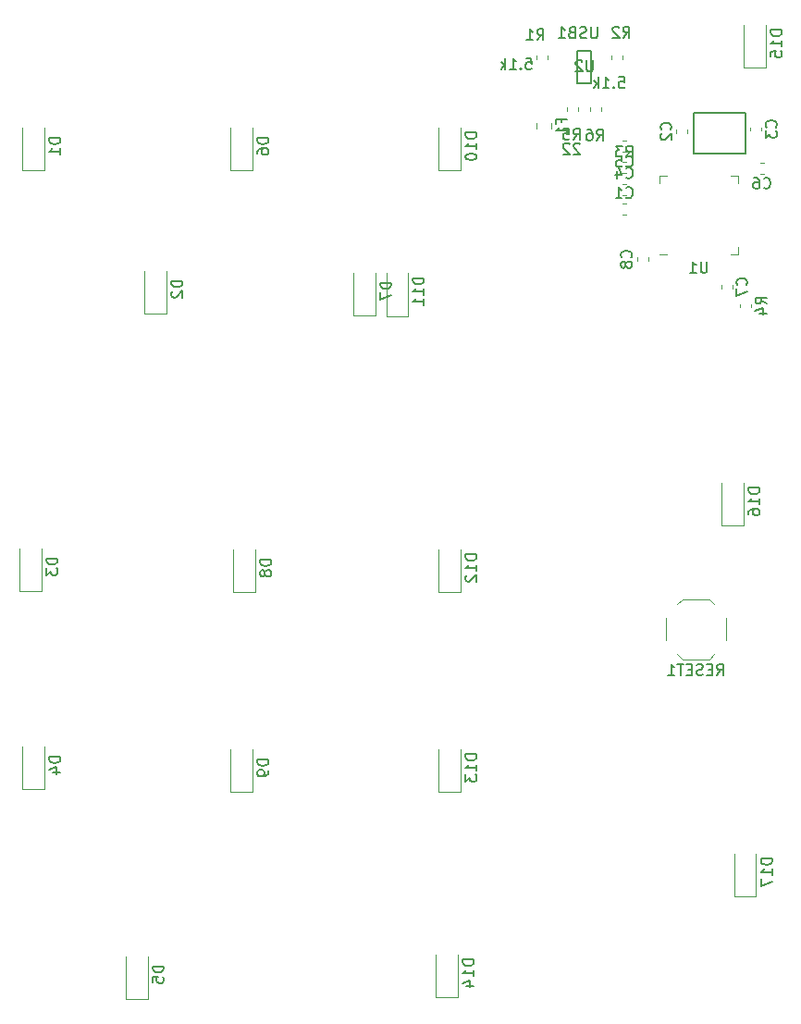
<source format=gbr>
G04 #@! TF.GenerationSoftware,KiCad,Pcbnew,(5.0.1)-3*
G04 #@! TF.CreationDate,2019-05-14T07:32:29-04:00*
G04 #@! TF.ProjectId,mulletpad-pcb,6D756C6C65747061642D7063622E6B69,rev?*
G04 #@! TF.SameCoordinates,Original*
G04 #@! TF.FileFunction,Legend,Bot*
G04 #@! TF.FilePolarity,Positive*
%FSLAX46Y46*%
G04 Gerber Fmt 4.6, Leading zero omitted, Abs format (unit mm)*
G04 Created by KiCad (PCBNEW (5.0.1)-3) date 5/14/2019 7:32:29 AM*
%MOMM*%
%LPD*%
G01*
G04 APERTURE LIST*
%ADD10C,0.120000*%
%ADD11C,0.150000*%
%ADD12C,0.200000*%
G04 APERTURE END LIST*
D10*
G04 #@! TO.C,C2*
X171952138Y-55952238D02*
X171952138Y-56277796D01*
X170932138Y-55952238D02*
X170932138Y-56277796D01*
D11*
G04 #@! TO.C,U2*
X163115835Y-51685801D02*
X161815835Y-51685801D01*
X163115835Y-48785801D02*
X163115835Y-51685801D01*
X161815835Y-48785801D02*
X163115835Y-48785801D01*
X161815835Y-48785801D02*
X161815835Y-51685801D01*
D10*
G04 #@! TO.C,D1*
X113066000Y-59706500D02*
X111066000Y-59706500D01*
X111066000Y-59706500D02*
X111066000Y-55806500D01*
X113066000Y-59706500D02*
X113066000Y-55806500D01*
G04 #@! TO.C,D2*
X124253564Y-72800592D02*
X122253564Y-72800592D01*
X122253564Y-72800592D02*
X122253564Y-68900592D01*
X124253564Y-72800592D02*
X124253564Y-68900592D01*
G04 #@! TO.C,D3*
X112812000Y-98188500D02*
X110812000Y-98188500D01*
X110812000Y-98188500D02*
X110812000Y-94288500D01*
X112812000Y-98188500D02*
X112812000Y-94288500D01*
G04 #@! TO.C,D4*
X113066000Y-116348000D02*
X113066000Y-112448000D01*
X111066000Y-116348000D02*
X111066000Y-112448000D01*
X113066000Y-116348000D02*
X111066000Y-116348000D01*
G04 #@! TO.C,D5*
X122521295Y-135529727D02*
X120521295Y-135529727D01*
X120521295Y-135529727D02*
X120521295Y-131629727D01*
X122521295Y-135529727D02*
X122521295Y-131629727D01*
G04 #@! TO.C,D6*
X132116000Y-59706500D02*
X132116000Y-55806500D01*
X130116000Y-59706500D02*
X130116000Y-55806500D01*
X132116000Y-59706500D02*
X130116000Y-59706500D01*
G04 #@! TO.C,D7*
X143361016Y-72958071D02*
X143361016Y-69058071D01*
X141361016Y-72958071D02*
X141361016Y-69058071D01*
X143361016Y-72958071D02*
X141361016Y-72958071D01*
G04 #@! TO.C,D8*
X132370000Y-98314500D02*
X132370000Y-94414500D01*
X130370000Y-98314500D02*
X130370000Y-94414500D01*
X132370000Y-98314500D02*
X130370000Y-98314500D01*
G04 #@! TO.C,D9*
X132116000Y-116602000D02*
X130116000Y-116602000D01*
X130116000Y-116602000D02*
X130116000Y-112702000D01*
X132116000Y-116602000D02*
X132116000Y-112702000D01*
G04 #@! TO.C,D10*
X151166000Y-59706500D02*
X149166000Y-59706500D01*
X149166000Y-59706500D02*
X149166000Y-55806500D01*
X151166000Y-59706500D02*
X151166000Y-55806500D01*
G04 #@! TO.C,D11*
X146353117Y-73010564D02*
X146353117Y-69110564D01*
X144353117Y-73010564D02*
X144353117Y-69110564D01*
X146353117Y-73010564D02*
X144353117Y-73010564D01*
G04 #@! TO.C,D12*
X151166000Y-98314500D02*
X149166000Y-98314500D01*
X149166000Y-98314500D02*
X149166000Y-94414500D01*
X151166000Y-98314500D02*
X151166000Y-94414500D01*
G04 #@! TO.C,D13*
X151166000Y-116602000D02*
X151166000Y-112702000D01*
X149166000Y-116602000D02*
X149166000Y-112702000D01*
X151166000Y-116602000D02*
X149166000Y-116602000D01*
G04 #@! TO.C,D14*
X150912000Y-135398000D02*
X148912000Y-135398000D01*
X148912000Y-135398000D02*
X148912000Y-131498000D01*
X150912000Y-135398000D02*
X150912000Y-131498000D01*
G04 #@! TO.C,D15*
X179106493Y-50308493D02*
X179106493Y-46408493D01*
X177106493Y-50308493D02*
X177106493Y-46408493D01*
X179106493Y-50308493D02*
X177106493Y-50308493D01*
G04 #@! TO.C,D16*
X177074493Y-92218493D02*
X175074493Y-92218493D01*
X175074493Y-92218493D02*
X175074493Y-88318493D01*
X177074493Y-92218493D02*
X177074493Y-88318493D01*
G04 #@! TO.C,D17*
X178216368Y-126133480D02*
X178216368Y-122233480D01*
X176216368Y-126133480D02*
X176216368Y-122233480D01*
X178216368Y-126133480D02*
X176216368Y-126133480D01*
G04 #@! TO.C,R1*
X158123846Y-49506199D02*
X158123846Y-49180641D01*
X159143846Y-49506199D02*
X159143846Y-49180641D01*
G04 #@! TO.C,R2*
X166020429Y-49506199D02*
X166020429Y-49180641D01*
X165000429Y-49506199D02*
X165000429Y-49180641D01*
G04 #@! TO.C,RESET1*
X171001970Y-99378941D02*
X171451970Y-98928941D01*
X174401970Y-99378941D02*
X173951970Y-98928941D01*
X174401970Y-103978941D02*
X173951970Y-104428941D01*
X171001970Y-103978941D02*
X171451970Y-104428941D01*
X175451970Y-102678941D02*
X175451970Y-100678941D01*
X171451970Y-98928941D02*
X173951970Y-98928941D01*
X169951970Y-102678941D02*
X169951970Y-100678941D01*
X171451970Y-104428941D02*
X173951970Y-104428941D01*
D12*
G04 #@! TO.C,X1*
X172479183Y-54397496D02*
X172479183Y-58147496D01*
X172479183Y-58147496D02*
X177229183Y-58147496D01*
X177229183Y-58147496D02*
X177229183Y-54397496D01*
X177229183Y-54397496D02*
X172479183Y-54397496D01*
D10*
G04 #@! TO.C,U1*
X175849435Y-67388995D02*
X176574435Y-67388995D01*
X176574435Y-67388995D02*
X176574435Y-66663995D01*
X170079435Y-60168995D02*
X169354435Y-60168995D01*
X169354435Y-60168995D02*
X169354435Y-60893995D01*
X175849435Y-60168995D02*
X176574435Y-60168995D01*
X176574435Y-60168995D02*
X176574435Y-60893995D01*
X170079435Y-67388995D02*
X169354435Y-67388995D01*
G04 #@! TO.C,R5*
X160905975Y-54283062D02*
X160905975Y-53957504D01*
X161925975Y-54283062D02*
X161925975Y-53957504D01*
G04 #@! TO.C,R6*
X164025695Y-54283062D02*
X164025695Y-53957504D01*
X163005695Y-54283062D02*
X163005695Y-53957504D01*
G04 #@! TO.C,C1*
X166303125Y-63711572D02*
X165977565Y-63711572D01*
X166303125Y-62691572D02*
X165977565Y-62691572D01*
G04 #@! TO.C,C3*
X178723735Y-56067824D02*
X178723735Y-55742266D01*
X177703735Y-56067824D02*
X177703735Y-55742266D01*
G04 #@! TO.C,C4*
X166303124Y-61926810D02*
X165977566Y-61926810D01*
X166303124Y-60906810D02*
X165977566Y-60906810D01*
G04 #@! TO.C,C5*
X165977566Y-57989835D02*
X166303124Y-57989835D01*
X165977566Y-56969835D02*
X166303124Y-56969835D01*
G04 #@! TO.C,C6*
X178575886Y-59984569D02*
X178901444Y-59984569D01*
X178575886Y-58964569D02*
X178901444Y-58964569D01*
G04 #@! TO.C,C7*
X176046592Y-70503399D02*
X176046592Y-70177841D01*
X175026592Y-70503399D02*
X175026592Y-70177841D01*
G04 #@! TO.C,C8*
X168330121Y-67658177D02*
X168330121Y-67983735D01*
X167310121Y-67658177D02*
X167310121Y-67983735D01*
G04 #@! TO.C,R3*
X166303124Y-58912076D02*
X165977566Y-58912076D01*
X166303124Y-59932076D02*
X165977566Y-59932076D01*
G04 #@! TO.C,R4*
X176758861Y-72235668D02*
X176758861Y-71910110D01*
X177778861Y-72235668D02*
X177778861Y-71910110D01*
G04 #@! TO.C,F1*
X159501325Y-55901158D02*
X159501325Y-55384002D01*
X158081325Y-55901158D02*
X158081325Y-55384002D01*
G04 #@! TO.C,C2*
D11*
X170369280Y-55948350D02*
X170416899Y-55900731D01*
X170464518Y-55757874D01*
X170464518Y-55662636D01*
X170416899Y-55519778D01*
X170321661Y-55424540D01*
X170226423Y-55376921D01*
X170035947Y-55329302D01*
X169893090Y-55329302D01*
X169702614Y-55376921D01*
X169607376Y-55424540D01*
X169512138Y-55519778D01*
X169464518Y-55662636D01*
X169464518Y-55757874D01*
X169512138Y-55900731D01*
X169559757Y-55948350D01*
X169559757Y-56329302D02*
X169512138Y-56376921D01*
X169464518Y-56472159D01*
X169464518Y-56710255D01*
X169512138Y-56805493D01*
X169559757Y-56853112D01*
X169654995Y-56900731D01*
X169750233Y-56900731D01*
X169893090Y-56853112D01*
X170464518Y-56281683D01*
X170464518Y-56900731D01*
G04 #@! TO.C,U2*
X163280232Y-49635688D02*
X163280232Y-50445212D01*
X163232613Y-50540450D01*
X163184994Y-50588069D01*
X163089756Y-50635688D01*
X162899280Y-50635688D01*
X162804042Y-50588069D01*
X162756423Y-50540450D01*
X162708804Y-50445212D01*
X162708804Y-49635688D01*
X162280232Y-49730927D02*
X162232613Y-49683308D01*
X162137375Y-49635688D01*
X161899280Y-49635688D01*
X161804042Y-49683308D01*
X161756423Y-49730927D01*
X161708804Y-49826165D01*
X161708804Y-49921403D01*
X161756423Y-50064260D01*
X162327851Y-50635688D01*
X161708804Y-50635688D01*
G04 #@! TO.C,D1*
X114518380Y-56718404D02*
X113518380Y-56718404D01*
X113518380Y-56956500D01*
X113566000Y-57099357D01*
X113661238Y-57194595D01*
X113756476Y-57242214D01*
X113946952Y-57289833D01*
X114089809Y-57289833D01*
X114280285Y-57242214D01*
X114375523Y-57194595D01*
X114470761Y-57099357D01*
X114518380Y-56956500D01*
X114518380Y-56718404D01*
X114518380Y-58242214D02*
X114518380Y-57670785D01*
X114518380Y-57956500D02*
X113518380Y-57956500D01*
X113661238Y-57861261D01*
X113756476Y-57766023D01*
X113804095Y-57670785D01*
G04 #@! TO.C,D2*
X125705944Y-69812496D02*
X124705944Y-69812496D01*
X124705944Y-70050592D01*
X124753564Y-70193449D01*
X124848802Y-70288687D01*
X124944040Y-70336306D01*
X125134516Y-70383925D01*
X125277373Y-70383925D01*
X125467849Y-70336306D01*
X125563087Y-70288687D01*
X125658325Y-70193449D01*
X125705944Y-70050592D01*
X125705944Y-69812496D01*
X124801183Y-70764877D02*
X124753564Y-70812496D01*
X124705944Y-70907734D01*
X124705944Y-71145830D01*
X124753564Y-71241068D01*
X124801183Y-71288687D01*
X124896421Y-71336306D01*
X124991659Y-71336306D01*
X125134516Y-71288687D01*
X125705944Y-70717258D01*
X125705944Y-71336306D01*
G04 #@! TO.C,D3*
X114264380Y-95200404D02*
X113264380Y-95200404D01*
X113264380Y-95438500D01*
X113312000Y-95581357D01*
X113407238Y-95676595D01*
X113502476Y-95724214D01*
X113692952Y-95771833D01*
X113835809Y-95771833D01*
X114026285Y-95724214D01*
X114121523Y-95676595D01*
X114216761Y-95581357D01*
X114264380Y-95438500D01*
X114264380Y-95200404D01*
X113264380Y-96105166D02*
X113264380Y-96724214D01*
X113645333Y-96390880D01*
X113645333Y-96533738D01*
X113692952Y-96628976D01*
X113740571Y-96676595D01*
X113835809Y-96724214D01*
X114073904Y-96724214D01*
X114169142Y-96676595D01*
X114216761Y-96628976D01*
X114264380Y-96533738D01*
X114264380Y-96248023D01*
X114216761Y-96152785D01*
X114169142Y-96105166D01*
G04 #@! TO.C,D4*
X114518380Y-113359904D02*
X113518380Y-113359904D01*
X113518380Y-113598000D01*
X113566000Y-113740857D01*
X113661238Y-113836095D01*
X113756476Y-113883714D01*
X113946952Y-113931333D01*
X114089809Y-113931333D01*
X114280285Y-113883714D01*
X114375523Y-113836095D01*
X114470761Y-113740857D01*
X114518380Y-113598000D01*
X114518380Y-113359904D01*
X113851714Y-114788476D02*
X114518380Y-114788476D01*
X113470761Y-114550380D02*
X114185047Y-114312285D01*
X114185047Y-114931333D01*
G04 #@! TO.C,D5*
X123973675Y-132541631D02*
X122973675Y-132541631D01*
X122973675Y-132779727D01*
X123021295Y-132922584D01*
X123116533Y-133017822D01*
X123211771Y-133065441D01*
X123402247Y-133113060D01*
X123545104Y-133113060D01*
X123735580Y-133065441D01*
X123830818Y-133017822D01*
X123926056Y-132922584D01*
X123973675Y-132779727D01*
X123973675Y-132541631D01*
X122973675Y-134017822D02*
X122973675Y-133541631D01*
X123449866Y-133494012D01*
X123402247Y-133541631D01*
X123354628Y-133636869D01*
X123354628Y-133874965D01*
X123402247Y-133970203D01*
X123449866Y-134017822D01*
X123545104Y-134065441D01*
X123783199Y-134065441D01*
X123878437Y-134017822D01*
X123926056Y-133970203D01*
X123973675Y-133874965D01*
X123973675Y-133636869D01*
X123926056Y-133541631D01*
X123878437Y-133494012D01*
G04 #@! TO.C,D6*
X133568380Y-56718404D02*
X132568380Y-56718404D01*
X132568380Y-56956500D01*
X132616000Y-57099357D01*
X132711238Y-57194595D01*
X132806476Y-57242214D01*
X132996952Y-57289833D01*
X133139809Y-57289833D01*
X133330285Y-57242214D01*
X133425523Y-57194595D01*
X133520761Y-57099357D01*
X133568380Y-56956500D01*
X133568380Y-56718404D01*
X132568380Y-58146976D02*
X132568380Y-57956500D01*
X132616000Y-57861261D01*
X132663619Y-57813642D01*
X132806476Y-57718404D01*
X132996952Y-57670785D01*
X133377904Y-57670785D01*
X133473142Y-57718404D01*
X133520761Y-57766023D01*
X133568380Y-57861261D01*
X133568380Y-58051738D01*
X133520761Y-58146976D01*
X133473142Y-58194595D01*
X133377904Y-58242214D01*
X133139809Y-58242214D01*
X133044571Y-58194595D01*
X132996952Y-58146976D01*
X132949333Y-58051738D01*
X132949333Y-57861261D01*
X132996952Y-57766023D01*
X133044571Y-57718404D01*
X133139809Y-57670785D01*
G04 #@! TO.C,D7*
X144813396Y-69969975D02*
X143813396Y-69969975D01*
X143813396Y-70208071D01*
X143861016Y-70350928D01*
X143956254Y-70446166D01*
X144051492Y-70493785D01*
X144241968Y-70541404D01*
X144384825Y-70541404D01*
X144575301Y-70493785D01*
X144670539Y-70446166D01*
X144765777Y-70350928D01*
X144813396Y-70208071D01*
X144813396Y-69969975D01*
X143813396Y-70874737D02*
X143813396Y-71541404D01*
X144813396Y-71112832D01*
G04 #@! TO.C,D8*
X133822380Y-95326404D02*
X132822380Y-95326404D01*
X132822380Y-95564500D01*
X132870000Y-95707357D01*
X132965238Y-95802595D01*
X133060476Y-95850214D01*
X133250952Y-95897833D01*
X133393809Y-95897833D01*
X133584285Y-95850214D01*
X133679523Y-95802595D01*
X133774761Y-95707357D01*
X133822380Y-95564500D01*
X133822380Y-95326404D01*
X133250952Y-96469261D02*
X133203333Y-96374023D01*
X133155714Y-96326404D01*
X133060476Y-96278785D01*
X133012857Y-96278785D01*
X132917619Y-96326404D01*
X132870000Y-96374023D01*
X132822380Y-96469261D01*
X132822380Y-96659738D01*
X132870000Y-96754976D01*
X132917619Y-96802595D01*
X133012857Y-96850214D01*
X133060476Y-96850214D01*
X133155714Y-96802595D01*
X133203333Y-96754976D01*
X133250952Y-96659738D01*
X133250952Y-96469261D01*
X133298571Y-96374023D01*
X133346190Y-96326404D01*
X133441428Y-96278785D01*
X133631904Y-96278785D01*
X133727142Y-96326404D01*
X133774761Y-96374023D01*
X133822380Y-96469261D01*
X133822380Y-96659738D01*
X133774761Y-96754976D01*
X133727142Y-96802595D01*
X133631904Y-96850214D01*
X133441428Y-96850214D01*
X133346190Y-96802595D01*
X133298571Y-96754976D01*
X133250952Y-96659738D01*
G04 #@! TO.C,D9*
X133568380Y-113613904D02*
X132568380Y-113613904D01*
X132568380Y-113852000D01*
X132616000Y-113994857D01*
X132711238Y-114090095D01*
X132806476Y-114137714D01*
X132996952Y-114185333D01*
X133139809Y-114185333D01*
X133330285Y-114137714D01*
X133425523Y-114090095D01*
X133520761Y-113994857D01*
X133568380Y-113852000D01*
X133568380Y-113613904D01*
X133568380Y-114661523D02*
X133568380Y-114852000D01*
X133520761Y-114947238D01*
X133473142Y-114994857D01*
X133330285Y-115090095D01*
X133139809Y-115137714D01*
X132758857Y-115137714D01*
X132663619Y-115090095D01*
X132616000Y-115042476D01*
X132568380Y-114947238D01*
X132568380Y-114756761D01*
X132616000Y-114661523D01*
X132663619Y-114613904D01*
X132758857Y-114566285D01*
X132996952Y-114566285D01*
X133092190Y-114613904D01*
X133139809Y-114661523D01*
X133187428Y-114756761D01*
X133187428Y-114947238D01*
X133139809Y-115042476D01*
X133092190Y-115090095D01*
X132996952Y-115137714D01*
G04 #@! TO.C,D10*
X152618380Y-56242214D02*
X151618380Y-56242214D01*
X151618380Y-56480309D01*
X151666000Y-56623166D01*
X151761238Y-56718404D01*
X151856476Y-56766023D01*
X152046952Y-56813642D01*
X152189809Y-56813642D01*
X152380285Y-56766023D01*
X152475523Y-56718404D01*
X152570761Y-56623166D01*
X152618380Y-56480309D01*
X152618380Y-56242214D01*
X152618380Y-57766023D02*
X152618380Y-57194595D01*
X152618380Y-57480309D02*
X151618380Y-57480309D01*
X151761238Y-57385071D01*
X151856476Y-57289833D01*
X151904095Y-57194595D01*
X151618380Y-58385071D02*
X151618380Y-58480309D01*
X151666000Y-58575547D01*
X151713619Y-58623166D01*
X151808857Y-58670785D01*
X151999333Y-58718404D01*
X152237428Y-58718404D01*
X152427904Y-58670785D01*
X152523142Y-58623166D01*
X152570761Y-58575547D01*
X152618380Y-58480309D01*
X152618380Y-58385071D01*
X152570761Y-58289833D01*
X152523142Y-58242214D01*
X152427904Y-58194595D01*
X152237428Y-58146976D01*
X151999333Y-58146976D01*
X151808857Y-58194595D01*
X151713619Y-58242214D01*
X151666000Y-58289833D01*
X151618380Y-58385071D01*
G04 #@! TO.C,D11*
X147805497Y-69546278D02*
X146805497Y-69546278D01*
X146805497Y-69784373D01*
X146853117Y-69927230D01*
X146948355Y-70022468D01*
X147043593Y-70070087D01*
X147234069Y-70117706D01*
X147376926Y-70117706D01*
X147567402Y-70070087D01*
X147662640Y-70022468D01*
X147757878Y-69927230D01*
X147805497Y-69784373D01*
X147805497Y-69546278D01*
X147805497Y-71070087D02*
X147805497Y-70498659D01*
X147805497Y-70784373D02*
X146805497Y-70784373D01*
X146948355Y-70689135D01*
X147043593Y-70593897D01*
X147091212Y-70498659D01*
X147805497Y-72022468D02*
X147805497Y-71451040D01*
X147805497Y-71736754D02*
X146805497Y-71736754D01*
X146948355Y-71641516D01*
X147043593Y-71546278D01*
X147091212Y-71451040D01*
G04 #@! TO.C,D12*
X152618380Y-94850214D02*
X151618380Y-94850214D01*
X151618380Y-95088309D01*
X151666000Y-95231166D01*
X151761238Y-95326404D01*
X151856476Y-95374023D01*
X152046952Y-95421642D01*
X152189809Y-95421642D01*
X152380285Y-95374023D01*
X152475523Y-95326404D01*
X152570761Y-95231166D01*
X152618380Y-95088309D01*
X152618380Y-94850214D01*
X152618380Y-96374023D02*
X152618380Y-95802595D01*
X152618380Y-96088309D02*
X151618380Y-96088309D01*
X151761238Y-95993071D01*
X151856476Y-95897833D01*
X151904095Y-95802595D01*
X151713619Y-96754976D02*
X151666000Y-96802595D01*
X151618380Y-96897833D01*
X151618380Y-97135928D01*
X151666000Y-97231166D01*
X151713619Y-97278785D01*
X151808857Y-97326404D01*
X151904095Y-97326404D01*
X152046952Y-97278785D01*
X152618380Y-96707357D01*
X152618380Y-97326404D01*
G04 #@! TO.C,D13*
X152618380Y-113137714D02*
X151618380Y-113137714D01*
X151618380Y-113375809D01*
X151666000Y-113518666D01*
X151761238Y-113613904D01*
X151856476Y-113661523D01*
X152046952Y-113709142D01*
X152189809Y-113709142D01*
X152380285Y-113661523D01*
X152475523Y-113613904D01*
X152570761Y-113518666D01*
X152618380Y-113375809D01*
X152618380Y-113137714D01*
X152618380Y-114661523D02*
X152618380Y-114090095D01*
X152618380Y-114375809D02*
X151618380Y-114375809D01*
X151761238Y-114280571D01*
X151856476Y-114185333D01*
X151904095Y-114090095D01*
X151618380Y-114994857D02*
X151618380Y-115613904D01*
X151999333Y-115280571D01*
X151999333Y-115423428D01*
X152046952Y-115518666D01*
X152094571Y-115566285D01*
X152189809Y-115613904D01*
X152427904Y-115613904D01*
X152523142Y-115566285D01*
X152570761Y-115518666D01*
X152618380Y-115423428D01*
X152618380Y-115137714D01*
X152570761Y-115042476D01*
X152523142Y-114994857D01*
G04 #@! TO.C,D14*
X152364380Y-131933714D02*
X151364380Y-131933714D01*
X151364380Y-132171809D01*
X151412000Y-132314666D01*
X151507238Y-132409904D01*
X151602476Y-132457523D01*
X151792952Y-132505142D01*
X151935809Y-132505142D01*
X152126285Y-132457523D01*
X152221523Y-132409904D01*
X152316761Y-132314666D01*
X152364380Y-132171809D01*
X152364380Y-131933714D01*
X152364380Y-133457523D02*
X152364380Y-132886095D01*
X152364380Y-133171809D02*
X151364380Y-133171809D01*
X151507238Y-133076571D01*
X151602476Y-132981333D01*
X151650095Y-132886095D01*
X151697714Y-134314666D02*
X152364380Y-134314666D01*
X151316761Y-134076571D02*
X152031047Y-133838476D01*
X152031047Y-134457523D01*
G04 #@! TO.C,D15*
X180558873Y-46844207D02*
X179558873Y-46844207D01*
X179558873Y-47082302D01*
X179606493Y-47225159D01*
X179701731Y-47320397D01*
X179796969Y-47368016D01*
X179987445Y-47415635D01*
X180130302Y-47415635D01*
X180320778Y-47368016D01*
X180416016Y-47320397D01*
X180511254Y-47225159D01*
X180558873Y-47082302D01*
X180558873Y-46844207D01*
X180558873Y-48368016D02*
X180558873Y-47796588D01*
X180558873Y-48082302D02*
X179558873Y-48082302D01*
X179701731Y-47987064D01*
X179796969Y-47891826D01*
X179844588Y-47796588D01*
X179558873Y-49272778D02*
X179558873Y-48796588D01*
X180035064Y-48748969D01*
X179987445Y-48796588D01*
X179939826Y-48891826D01*
X179939826Y-49129921D01*
X179987445Y-49225159D01*
X180035064Y-49272778D01*
X180130302Y-49320397D01*
X180368397Y-49320397D01*
X180463635Y-49272778D01*
X180511254Y-49225159D01*
X180558873Y-49129921D01*
X180558873Y-48891826D01*
X180511254Y-48796588D01*
X180463635Y-48748969D01*
G04 #@! TO.C,D16*
X178526873Y-88754207D02*
X177526873Y-88754207D01*
X177526873Y-88992302D01*
X177574493Y-89135159D01*
X177669731Y-89230397D01*
X177764969Y-89278016D01*
X177955445Y-89325635D01*
X178098302Y-89325635D01*
X178288778Y-89278016D01*
X178384016Y-89230397D01*
X178479254Y-89135159D01*
X178526873Y-88992302D01*
X178526873Y-88754207D01*
X178526873Y-90278016D02*
X178526873Y-89706588D01*
X178526873Y-89992302D02*
X177526873Y-89992302D01*
X177669731Y-89897064D01*
X177764969Y-89801826D01*
X177812588Y-89706588D01*
X177526873Y-91135159D02*
X177526873Y-90944683D01*
X177574493Y-90849445D01*
X177622112Y-90801826D01*
X177764969Y-90706588D01*
X177955445Y-90658969D01*
X178336397Y-90658969D01*
X178431635Y-90706588D01*
X178479254Y-90754207D01*
X178526873Y-90849445D01*
X178526873Y-91039921D01*
X178479254Y-91135159D01*
X178431635Y-91182778D01*
X178336397Y-91230397D01*
X178098302Y-91230397D01*
X178003064Y-91182778D01*
X177955445Y-91135159D01*
X177907826Y-91039921D01*
X177907826Y-90849445D01*
X177955445Y-90754207D01*
X178003064Y-90706588D01*
X178098302Y-90658969D01*
G04 #@! TO.C,D17*
X179668748Y-122669194D02*
X178668748Y-122669194D01*
X178668748Y-122907289D01*
X178716368Y-123050146D01*
X178811606Y-123145384D01*
X178906844Y-123193003D01*
X179097320Y-123240622D01*
X179240177Y-123240622D01*
X179430653Y-123193003D01*
X179525891Y-123145384D01*
X179621129Y-123050146D01*
X179668748Y-122907289D01*
X179668748Y-122669194D01*
X179668748Y-124193003D02*
X179668748Y-123621575D01*
X179668748Y-123907289D02*
X178668748Y-123907289D01*
X178811606Y-123812051D01*
X178906844Y-123716813D01*
X178954463Y-123621575D01*
X178668748Y-124526337D02*
X178668748Y-125193003D01*
X179668748Y-124764432D01*
G04 #@! TO.C,R1*
X158170596Y-47748573D02*
X158503930Y-47272383D01*
X158742025Y-47748573D02*
X158742025Y-46748573D01*
X158361072Y-46748573D01*
X158265834Y-46796193D01*
X158218215Y-46843812D01*
X158170596Y-46939050D01*
X158170596Y-47081907D01*
X158218215Y-47177145D01*
X158265834Y-47224764D01*
X158361072Y-47272383D01*
X158742025Y-47272383D01*
X157218215Y-47748573D02*
X157789644Y-47748573D01*
X157503930Y-47748573D02*
X157503930Y-46748573D01*
X157599168Y-46891431D01*
X157694406Y-46986669D01*
X157789644Y-47034288D01*
X157152613Y-49425716D02*
X157628803Y-49425716D01*
X157676422Y-49901907D01*
X157628803Y-49854288D01*
X157533565Y-49806669D01*
X157295470Y-49806669D01*
X157200232Y-49854288D01*
X157152613Y-49901907D01*
X157104994Y-49997145D01*
X157104994Y-50235240D01*
X157152613Y-50330478D01*
X157200232Y-50378097D01*
X157295470Y-50425716D01*
X157533565Y-50425716D01*
X157628803Y-50378097D01*
X157676422Y-50330478D01*
X156676422Y-50330478D02*
X156628803Y-50378097D01*
X156676422Y-50425716D01*
X156724041Y-50378097D01*
X156676422Y-50330478D01*
X156676422Y-50425716D01*
X155676422Y-50425716D02*
X156247851Y-50425716D01*
X155962137Y-50425716D02*
X155962137Y-49425716D01*
X156057375Y-49568574D01*
X156152613Y-49663812D01*
X156247851Y-49711431D01*
X155247851Y-50425716D02*
X155247851Y-49425716D01*
X155152613Y-50044764D02*
X154866899Y-50425716D01*
X154866899Y-49759050D02*
X155247851Y-50140002D01*
G04 #@! TO.C,R2*
X166044546Y-47538601D02*
X166377880Y-47062411D01*
X166615975Y-47538601D02*
X166615975Y-46538601D01*
X166235022Y-46538601D01*
X166139784Y-46586221D01*
X166092165Y-46633840D01*
X166044546Y-46729078D01*
X166044546Y-46871935D01*
X166092165Y-46967173D01*
X166139784Y-47014792D01*
X166235022Y-47062411D01*
X166615975Y-47062411D01*
X165663594Y-46633840D02*
X165615975Y-46586221D01*
X165520737Y-46538601D01*
X165282641Y-46538601D01*
X165187403Y-46586221D01*
X165139784Y-46633840D01*
X165092165Y-46729078D01*
X165092165Y-46824316D01*
X165139784Y-46967173D01*
X165711213Y-47538601D01*
X165092165Y-47538601D01*
X165656479Y-51157985D02*
X166132669Y-51157985D01*
X166180288Y-51634176D01*
X166132669Y-51586557D01*
X166037431Y-51538938D01*
X165799336Y-51538938D01*
X165704098Y-51586557D01*
X165656479Y-51634176D01*
X165608860Y-51729414D01*
X165608860Y-51967509D01*
X165656479Y-52062747D01*
X165704098Y-52110366D01*
X165799336Y-52157985D01*
X166037431Y-52157985D01*
X166132669Y-52110366D01*
X166180288Y-52062747D01*
X165180288Y-52062747D02*
X165132669Y-52110366D01*
X165180288Y-52157985D01*
X165227907Y-52110366D01*
X165180288Y-52062747D01*
X165180288Y-52157985D01*
X164180288Y-52157985D02*
X164751717Y-52157985D01*
X164466003Y-52157985D02*
X164466003Y-51157985D01*
X164561241Y-51300843D01*
X164656479Y-51396081D01*
X164751717Y-51443700D01*
X163751717Y-52157985D02*
X163751717Y-51157985D01*
X163656479Y-51777033D02*
X163370765Y-52157985D01*
X163370765Y-51491319D02*
X163751717Y-51872271D01*
G04 #@! TO.C,RESET1*
X174630541Y-105881321D02*
X174963874Y-105405131D01*
X175201970Y-105881321D02*
X175201970Y-104881321D01*
X174821017Y-104881321D01*
X174725779Y-104928941D01*
X174678160Y-104976560D01*
X174630541Y-105071798D01*
X174630541Y-105214655D01*
X174678160Y-105309893D01*
X174725779Y-105357512D01*
X174821017Y-105405131D01*
X175201970Y-105405131D01*
X174201970Y-105357512D02*
X173868636Y-105357512D01*
X173725779Y-105881321D02*
X174201970Y-105881321D01*
X174201970Y-104881321D01*
X173725779Y-104881321D01*
X173344827Y-105833702D02*
X173201970Y-105881321D01*
X172963874Y-105881321D01*
X172868636Y-105833702D01*
X172821017Y-105786083D01*
X172773398Y-105690845D01*
X172773398Y-105595607D01*
X172821017Y-105500369D01*
X172868636Y-105452750D01*
X172963874Y-105405131D01*
X173154350Y-105357512D01*
X173249589Y-105309893D01*
X173297208Y-105262274D01*
X173344827Y-105167036D01*
X173344827Y-105071798D01*
X173297208Y-104976560D01*
X173249589Y-104928941D01*
X173154350Y-104881321D01*
X172916255Y-104881321D01*
X172773398Y-104928941D01*
X172344827Y-105357512D02*
X172011493Y-105357512D01*
X171868636Y-105881321D02*
X172344827Y-105881321D01*
X172344827Y-104881321D01*
X171868636Y-104881321D01*
X171582922Y-104881321D02*
X171011493Y-104881321D01*
X171297208Y-105881321D02*
X171297208Y-104881321D01*
X170154350Y-105881321D02*
X170725779Y-105881321D01*
X170440065Y-105881321D02*
X170440065Y-104881321D01*
X170535303Y-105024179D01*
X170630541Y-105119417D01*
X170725779Y-105167036D01*
G04 #@! TO.C,U1*
X173726339Y-68051375D02*
X173726339Y-68860899D01*
X173678720Y-68956137D01*
X173631101Y-69003756D01*
X173535863Y-69051375D01*
X173345387Y-69051375D01*
X173250149Y-69003756D01*
X173202530Y-68956137D01*
X173154911Y-68860899D01*
X173154911Y-68051375D01*
X172154911Y-69051375D02*
X172726339Y-69051375D01*
X172440625Y-69051375D02*
X172440625Y-68051375D01*
X172535863Y-68194233D01*
X172631101Y-68289471D01*
X172726339Y-68337090D01*
G04 #@! TO.C,USB1*
X163669644Y-46583699D02*
X163669644Y-47393223D01*
X163622025Y-47488461D01*
X163574406Y-47536080D01*
X163479168Y-47583699D01*
X163288691Y-47583699D01*
X163193453Y-47536080D01*
X163145834Y-47488461D01*
X163098215Y-47393223D01*
X163098215Y-46583699D01*
X162669644Y-47536080D02*
X162526787Y-47583699D01*
X162288691Y-47583699D01*
X162193453Y-47536080D01*
X162145834Y-47488461D01*
X162098215Y-47393223D01*
X162098215Y-47297985D01*
X162145834Y-47202747D01*
X162193453Y-47155128D01*
X162288691Y-47107509D01*
X162479168Y-47059890D01*
X162574406Y-47012271D01*
X162622025Y-46964652D01*
X162669644Y-46869414D01*
X162669644Y-46774176D01*
X162622025Y-46678938D01*
X162574406Y-46631319D01*
X162479168Y-46583699D01*
X162241072Y-46583699D01*
X162098215Y-46631319D01*
X161336310Y-47059890D02*
X161193453Y-47107509D01*
X161145834Y-47155128D01*
X161098215Y-47250366D01*
X161098215Y-47393223D01*
X161145834Y-47488461D01*
X161193453Y-47536080D01*
X161288691Y-47583699D01*
X161669644Y-47583699D01*
X161669644Y-46583699D01*
X161336310Y-46583699D01*
X161241072Y-46631319D01*
X161193453Y-46678938D01*
X161145834Y-46774176D01*
X161145834Y-46869414D01*
X161193453Y-46964652D01*
X161241072Y-47012271D01*
X161336310Y-47059890D01*
X161669644Y-47059890D01*
X160145834Y-47583699D02*
X160717263Y-47583699D01*
X160431549Y-47583699D02*
X160431549Y-46583699D01*
X160526787Y-46726557D01*
X160622025Y-46821795D01*
X160717263Y-46869414D01*
G04 #@! TO.C,R5*
X161477655Y-56882355D02*
X161810989Y-56406165D01*
X162049084Y-56882355D02*
X162049084Y-55882355D01*
X161668131Y-55882355D01*
X161572893Y-55929975D01*
X161525274Y-55977594D01*
X161477655Y-56072832D01*
X161477655Y-56215689D01*
X161525274Y-56310927D01*
X161572893Y-56358546D01*
X161668131Y-56406165D01*
X162049084Y-56406165D01*
X160572893Y-55882355D02*
X161049084Y-55882355D01*
X161096703Y-56358546D01*
X161049084Y-56310927D01*
X160953846Y-56263308D01*
X160715750Y-56263308D01*
X160620512Y-56310927D01*
X160572893Y-56358546D01*
X160525274Y-56453784D01*
X160525274Y-56691879D01*
X160572893Y-56787117D01*
X160620512Y-56834736D01*
X160715750Y-56882355D01*
X160953846Y-56882355D01*
X161049084Y-56834736D01*
X161096703Y-56787117D01*
G04 #@! TO.C,R6*
X163629868Y-56934848D02*
X163963202Y-56458658D01*
X164201297Y-56934848D02*
X164201297Y-55934848D01*
X163820344Y-55934848D01*
X163725106Y-55982468D01*
X163677487Y-56030087D01*
X163629868Y-56125325D01*
X163629868Y-56268182D01*
X163677487Y-56363420D01*
X163725106Y-56411039D01*
X163820344Y-56458658D01*
X164201297Y-56458658D01*
X162772725Y-55934848D02*
X162963202Y-55934848D01*
X163058440Y-55982468D01*
X163106059Y-56030087D01*
X163201297Y-56172944D01*
X163248916Y-56363420D01*
X163248916Y-56744372D01*
X163201297Y-56839610D01*
X163153678Y-56887229D01*
X163058440Y-56934848D01*
X162867963Y-56934848D01*
X162772725Y-56887229D01*
X162725106Y-56839610D01*
X162677487Y-56744372D01*
X162677487Y-56506277D01*
X162725106Y-56411039D01*
X162772725Y-56363420D01*
X162867963Y-56315801D01*
X163058440Y-56315801D01*
X163153678Y-56363420D01*
X163201297Y-56411039D01*
X163248916Y-56506277D01*
X162072893Y-57289919D02*
X162025274Y-57242300D01*
X161930036Y-57194680D01*
X161691941Y-57194680D01*
X161596703Y-57242300D01*
X161549084Y-57289919D01*
X161501465Y-57385157D01*
X161501465Y-57480395D01*
X161549084Y-57623252D01*
X162120512Y-58194680D01*
X161501465Y-58194680D01*
X161120512Y-57289919D02*
X161072893Y-57242300D01*
X160977655Y-57194680D01*
X160739560Y-57194680D01*
X160644322Y-57242300D01*
X160596703Y-57289919D01*
X160549084Y-57385157D01*
X160549084Y-57480395D01*
X160596703Y-57623252D01*
X161168131Y-58194680D01*
X160549084Y-58194680D01*
G04 #@! TO.C,C1*
X166307011Y-62128714D02*
X166354630Y-62176333D01*
X166497487Y-62223952D01*
X166592725Y-62223952D01*
X166735583Y-62176333D01*
X166830821Y-62081095D01*
X166878440Y-61985857D01*
X166926059Y-61795381D01*
X166926059Y-61652524D01*
X166878440Y-61462048D01*
X166830821Y-61366810D01*
X166735583Y-61271572D01*
X166592725Y-61223952D01*
X166497487Y-61223952D01*
X166354630Y-61271572D01*
X166307011Y-61319191D01*
X165354630Y-62223952D02*
X165926059Y-62223952D01*
X165640345Y-62223952D02*
X165640345Y-61223952D01*
X165735583Y-61366810D01*
X165830821Y-61462048D01*
X165926059Y-61509667D01*
G04 #@! TO.C,C3*
X180000877Y-55738378D02*
X180048496Y-55690759D01*
X180096115Y-55547902D01*
X180096115Y-55452664D01*
X180048496Y-55309806D01*
X179953258Y-55214568D01*
X179858020Y-55166949D01*
X179667544Y-55119330D01*
X179524687Y-55119330D01*
X179334211Y-55166949D01*
X179238973Y-55214568D01*
X179143735Y-55309806D01*
X179096115Y-55452664D01*
X179096115Y-55547902D01*
X179143735Y-55690759D01*
X179191354Y-55738378D01*
X179096115Y-56071711D02*
X179096115Y-56690759D01*
X179477068Y-56357425D01*
X179477068Y-56500283D01*
X179524687Y-56595521D01*
X179572306Y-56643140D01*
X179667544Y-56690759D01*
X179905639Y-56690759D01*
X180000877Y-56643140D01*
X180048496Y-56595521D01*
X180096115Y-56500283D01*
X180096115Y-56214568D01*
X180048496Y-56119330D01*
X180000877Y-56071711D01*
G04 #@! TO.C,C4*
X166307011Y-60343952D02*
X166354630Y-60391571D01*
X166497487Y-60439190D01*
X166592725Y-60439190D01*
X166735583Y-60391571D01*
X166830821Y-60296333D01*
X166878440Y-60201095D01*
X166926059Y-60010619D01*
X166926059Y-59867762D01*
X166878440Y-59677286D01*
X166830821Y-59582048D01*
X166735583Y-59486810D01*
X166592725Y-59439190D01*
X166497487Y-59439190D01*
X166354630Y-59486810D01*
X166307011Y-59534429D01*
X165449868Y-59772524D02*
X165449868Y-60439190D01*
X165687964Y-59391571D02*
X165926059Y-60105857D01*
X165307011Y-60105857D01*
G04 #@! TO.C,C5*
X166307011Y-59266977D02*
X166354630Y-59314596D01*
X166497487Y-59362215D01*
X166592725Y-59362215D01*
X166735583Y-59314596D01*
X166830821Y-59219358D01*
X166878440Y-59124120D01*
X166926059Y-58933644D01*
X166926059Y-58790787D01*
X166878440Y-58600311D01*
X166830821Y-58505073D01*
X166735583Y-58409835D01*
X166592725Y-58362215D01*
X166497487Y-58362215D01*
X166354630Y-58409835D01*
X166307011Y-58457454D01*
X165402249Y-58362215D02*
X165878440Y-58362215D01*
X165926059Y-58838406D01*
X165878440Y-58790787D01*
X165783202Y-58743168D01*
X165545106Y-58743168D01*
X165449868Y-58790787D01*
X165402249Y-58838406D01*
X165354630Y-58933644D01*
X165354630Y-59171739D01*
X165402249Y-59266977D01*
X165449868Y-59314596D01*
X165545106Y-59362215D01*
X165783202Y-59362215D01*
X165878440Y-59314596D01*
X165926059Y-59266977D01*
G04 #@! TO.C,C6*
X178905331Y-61261711D02*
X178952950Y-61309330D01*
X179095807Y-61356949D01*
X179191045Y-61356949D01*
X179333903Y-61309330D01*
X179429141Y-61214092D01*
X179476760Y-61118854D01*
X179524379Y-60928378D01*
X179524379Y-60785521D01*
X179476760Y-60595045D01*
X179429141Y-60499807D01*
X179333903Y-60404569D01*
X179191045Y-60356949D01*
X179095807Y-60356949D01*
X178952950Y-60404569D01*
X178905331Y-60452188D01*
X178048188Y-60356949D02*
X178238665Y-60356949D01*
X178333903Y-60404569D01*
X178381522Y-60452188D01*
X178476760Y-60595045D01*
X178524379Y-60785521D01*
X178524379Y-61166473D01*
X178476760Y-61261711D01*
X178429141Y-61309330D01*
X178333903Y-61356949D01*
X178143426Y-61356949D01*
X178048188Y-61309330D01*
X178000569Y-61261711D01*
X177952950Y-61166473D01*
X177952950Y-60928378D01*
X178000569Y-60833140D01*
X178048188Y-60785521D01*
X178143426Y-60737902D01*
X178333903Y-60737902D01*
X178429141Y-60785521D01*
X178476760Y-60833140D01*
X178524379Y-60928378D01*
G04 #@! TO.C,C7*
X177323734Y-70173953D02*
X177371353Y-70126334D01*
X177418972Y-69983477D01*
X177418972Y-69888239D01*
X177371353Y-69745381D01*
X177276115Y-69650143D01*
X177180877Y-69602524D01*
X176990401Y-69554905D01*
X176847544Y-69554905D01*
X176657068Y-69602524D01*
X176561830Y-69650143D01*
X176466592Y-69745381D01*
X176418972Y-69888239D01*
X176418972Y-69983477D01*
X176466592Y-70126334D01*
X176514211Y-70173953D01*
X176418972Y-70507286D02*
X176418972Y-71173953D01*
X177418972Y-70745381D01*
G04 #@! TO.C,C8*
X166747263Y-67654289D02*
X166794882Y-67606670D01*
X166842501Y-67463813D01*
X166842501Y-67368575D01*
X166794882Y-67225717D01*
X166699644Y-67130479D01*
X166604406Y-67082860D01*
X166413930Y-67035241D01*
X166271073Y-67035241D01*
X166080597Y-67082860D01*
X165985359Y-67130479D01*
X165890121Y-67225717D01*
X165842501Y-67368575D01*
X165842501Y-67463813D01*
X165890121Y-67606670D01*
X165937740Y-67654289D01*
X166271073Y-68225717D02*
X166223454Y-68130479D01*
X166175835Y-68082860D01*
X166080597Y-68035241D01*
X166032978Y-68035241D01*
X165937740Y-68082860D01*
X165890121Y-68130479D01*
X165842501Y-68225717D01*
X165842501Y-68416194D01*
X165890121Y-68511432D01*
X165937740Y-68559051D01*
X166032978Y-68606670D01*
X166080597Y-68606670D01*
X166175835Y-68559051D01*
X166223454Y-68511432D01*
X166271073Y-68416194D01*
X166271073Y-68225717D01*
X166318692Y-68130479D01*
X166366311Y-68082860D01*
X166461549Y-68035241D01*
X166652025Y-68035241D01*
X166747263Y-68082860D01*
X166794882Y-68130479D01*
X166842501Y-68225717D01*
X166842501Y-68416194D01*
X166794882Y-68511432D01*
X166747263Y-68559051D01*
X166652025Y-68606670D01*
X166461549Y-68606670D01*
X166366311Y-68559051D01*
X166318692Y-68511432D01*
X166271073Y-68416194D01*
G04 #@! TO.C,R3*
X166307011Y-58444456D02*
X166640345Y-57968266D01*
X166878440Y-58444456D02*
X166878440Y-57444456D01*
X166497487Y-57444456D01*
X166402249Y-57492076D01*
X166354630Y-57539695D01*
X166307011Y-57634933D01*
X166307011Y-57777790D01*
X166354630Y-57873028D01*
X166402249Y-57920647D01*
X166497487Y-57968266D01*
X166878440Y-57968266D01*
X165973678Y-57444456D02*
X165354630Y-57444456D01*
X165687964Y-57825409D01*
X165545106Y-57825409D01*
X165449868Y-57873028D01*
X165402249Y-57920647D01*
X165354630Y-58015885D01*
X165354630Y-58253980D01*
X165402249Y-58349218D01*
X165449868Y-58396837D01*
X165545106Y-58444456D01*
X165830821Y-58444456D01*
X165926059Y-58396837D01*
X165973678Y-58349218D01*
G04 #@! TO.C,R4*
X179151241Y-71906222D02*
X178675051Y-71572889D01*
X179151241Y-71334793D02*
X178151241Y-71334793D01*
X178151241Y-71715746D01*
X178198861Y-71810984D01*
X178246480Y-71858603D01*
X178341718Y-71906222D01*
X178484575Y-71906222D01*
X178579813Y-71858603D01*
X178627432Y-71810984D01*
X178675051Y-71715746D01*
X178675051Y-71334793D01*
X178484575Y-72763365D02*
X179151241Y-72763365D01*
X178103622Y-72525269D02*
X178817908Y-72287174D01*
X178817908Y-72906222D01*
G04 #@! TO.C,F1*
X160369896Y-55309246D02*
X160369896Y-54975913D01*
X160893705Y-54975913D02*
X159893705Y-54975913D01*
X159893705Y-55452103D01*
X160893705Y-56356865D02*
X160893705Y-55785437D01*
X160893705Y-56071151D02*
X159893705Y-56071151D01*
X160036563Y-55975913D01*
X160131801Y-55880675D01*
X160179420Y-55785437D01*
G04 #@! TD*
M02*

</source>
